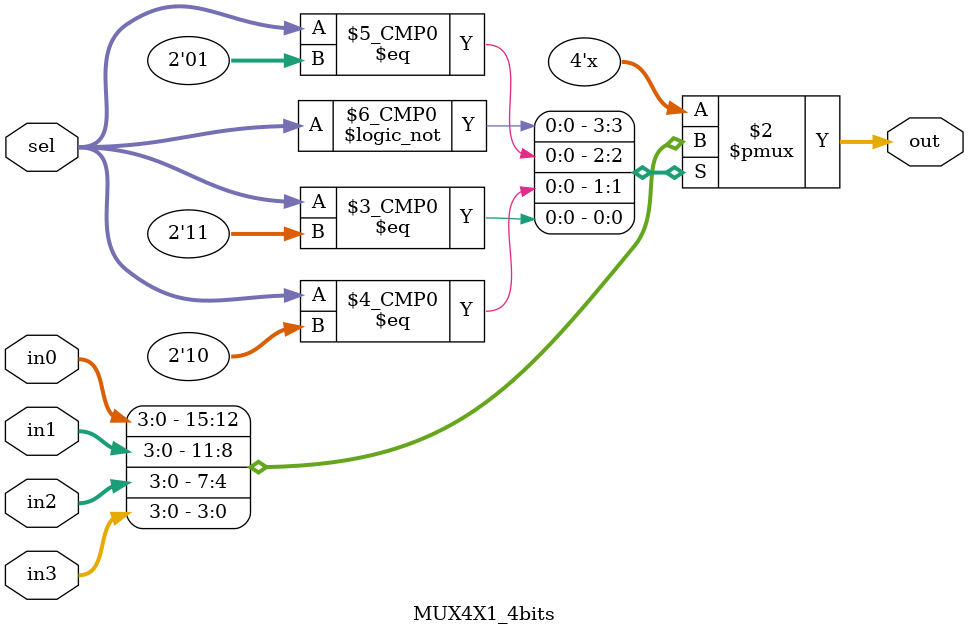
<source format=v>
module MUX4X1_4bits (
    input [1:0] sel,         // Sinal de seleção de 2 bits 
    input [3:0] in0,          // Entrada 0 (4 bits)
    input [3:0] in1,          // Entrada 1 (4 bits)
    input [3:0] in2,          // Entrada 2 (4 bits)
    input [3:0] in3,          // Entrada 3 (4 bits)
    output reg [3:0] out     // Saída (4 bits)
);

    always @(*) begin
        case (sel)
            2'b00: out = in0;
            2'b01: out = in1;
            2'b10: out = in2;
            2'b11: out = in3;
            default: out = 4'b0; 
        endcase
    end

endmodule
</source>
